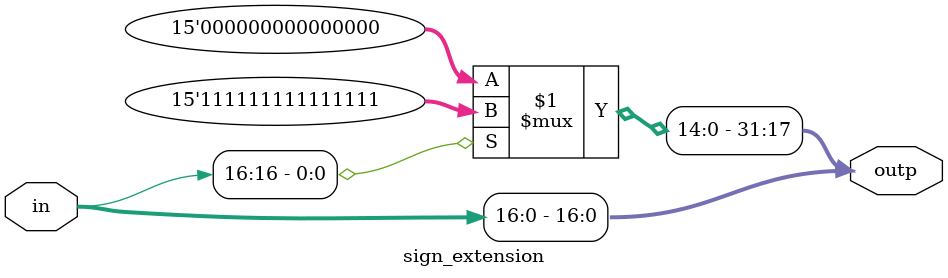
<source format=v>
module sign_extension(
input [16:0] in,
output [31:0] outp);

assign outp[16:0] =in;
assign outp[31:17]=in[16]?15'b111_1111_1111_1111:15'b000_0000_0000_0000;

endmodule

</source>
